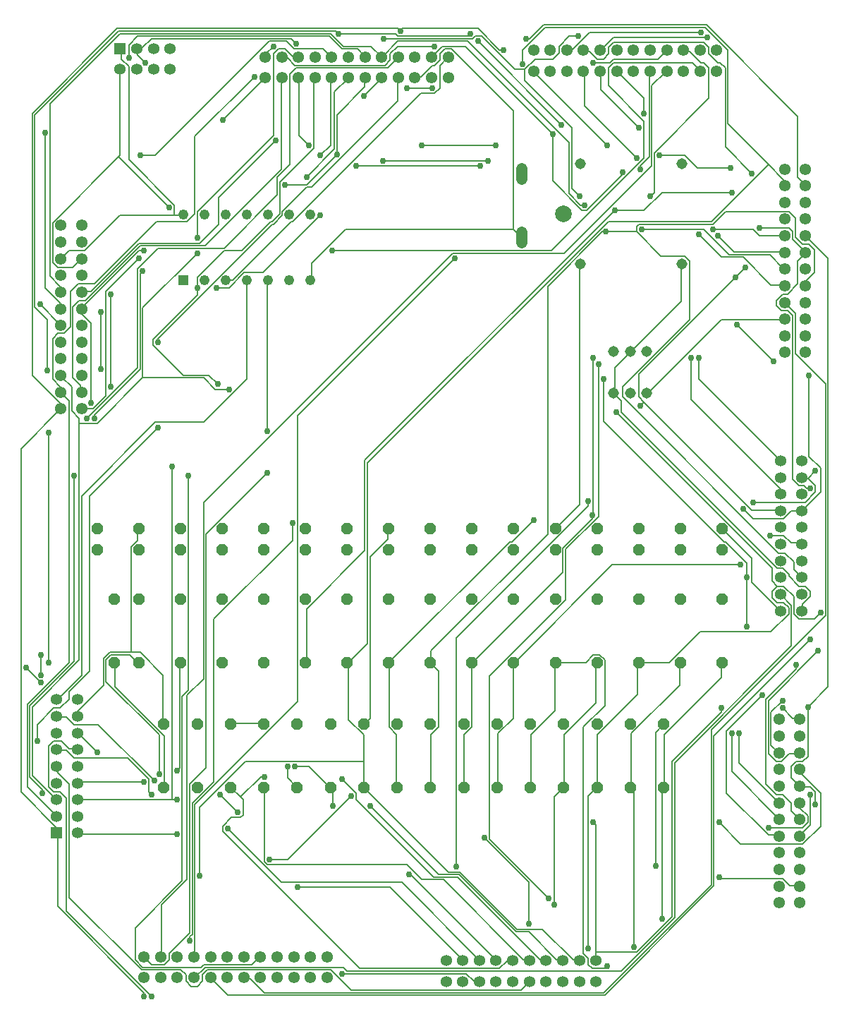
<source format=gbr>
G04 EAGLE Gerber RS-274X export*
G75*
%MOMM*%
%FSLAX34Y34*%
%LPD*%
%INBottom Copper*%
%IPPOS*%
%AMOC8*
5,1,8,0,0,1.08239X$1,22.5*%
G01*
%ADD10C,1.381000*%
%ADD11C,1.358000*%
%ADD12R,1.358000X1.358000*%
%ADD13P,1.429621X8X292.500000*%
%ADD14P,1.429621X8X112.500000*%
%ADD15C,2.010000*%
%ADD16C,1.308000*%
%ADD17R,1.238000X1.238000*%
%ADD18C,1.238000*%
%ADD19C,1.320800*%
%ADD20C,0.152400*%
%ADD21C,0.756400*%


D10*
X953500Y353700D03*
X928500Y353700D03*
X953500Y333700D03*
X928500Y333700D03*
X953500Y313700D03*
X928500Y313700D03*
X953500Y293700D03*
X928500Y293700D03*
X953500Y273700D03*
X928500Y273700D03*
X953500Y253700D03*
X928500Y253700D03*
X953500Y233700D03*
X928500Y233700D03*
X953500Y213700D03*
X928500Y213700D03*
X953500Y193700D03*
X928500Y193700D03*
X953500Y173700D03*
X928500Y173700D03*
X953500Y153700D03*
X928500Y153700D03*
X953500Y133700D03*
X928500Y133700D03*
D11*
X708800Y39400D03*
X708800Y64400D03*
X688800Y39400D03*
X688800Y64400D03*
X668800Y39400D03*
X668800Y64400D03*
X648800Y39400D03*
X648800Y64400D03*
X628800Y39400D03*
X628800Y64400D03*
X608800Y39400D03*
X608800Y64400D03*
X588800Y39400D03*
X588800Y64400D03*
X568800Y39400D03*
X568800Y64400D03*
X548800Y39400D03*
X548800Y64400D03*
X528800Y39400D03*
X528800Y64400D03*
D12*
X137400Y1158800D03*
D11*
X137400Y1133800D03*
X157400Y1158800D03*
X157400Y1133800D03*
X177400Y1158800D03*
X177400Y1133800D03*
X197400Y1158800D03*
X197400Y1133800D03*
D10*
X960530Y1013920D03*
X935530Y1013920D03*
X960530Y993920D03*
X935530Y993920D03*
X960530Y973920D03*
X935530Y973920D03*
X960530Y953920D03*
X935530Y953920D03*
X960530Y933920D03*
X935530Y933920D03*
X960530Y913920D03*
X935530Y913920D03*
X960530Y893920D03*
X935530Y893920D03*
X960530Y873920D03*
X935530Y873920D03*
X960530Y853920D03*
X935530Y853920D03*
X960530Y833920D03*
X935530Y833920D03*
X960530Y813920D03*
X935530Y813920D03*
X960530Y793920D03*
X935530Y793920D03*
D11*
X955700Y664000D03*
X930700Y664000D03*
X955700Y644000D03*
X930700Y644000D03*
X955700Y624000D03*
X930700Y624000D03*
X955700Y604000D03*
X930700Y604000D03*
X955700Y584000D03*
X930700Y584000D03*
X955700Y564000D03*
X930700Y564000D03*
X955700Y544000D03*
X930700Y544000D03*
X955700Y524000D03*
X930700Y524000D03*
X955700Y504000D03*
X930700Y504000D03*
X955700Y484000D03*
X930700Y484000D03*
D12*
X61340Y217420D03*
D11*
X86340Y217420D03*
X61340Y237420D03*
X86340Y237420D03*
X61340Y257420D03*
X86340Y257420D03*
X61340Y277420D03*
X86340Y277420D03*
X61340Y297420D03*
X86340Y297420D03*
X61340Y317420D03*
X86340Y317420D03*
X61340Y337420D03*
X86340Y337420D03*
X61340Y357420D03*
X86340Y357420D03*
X61340Y377420D03*
X86340Y377420D03*
D10*
X386060Y43930D03*
X386060Y68930D03*
X366060Y43930D03*
X366060Y68930D03*
X346060Y43930D03*
X346060Y68930D03*
X326060Y43930D03*
X326060Y68930D03*
X306060Y43930D03*
X306060Y68930D03*
X286060Y43930D03*
X286060Y68930D03*
X266060Y43930D03*
X266060Y68930D03*
X246060Y43930D03*
X246060Y68930D03*
X226060Y43930D03*
X226060Y68930D03*
X206060Y43930D03*
X206060Y68930D03*
X186060Y43930D03*
X186060Y68930D03*
X166060Y43930D03*
X166060Y68930D03*
X311500Y1148600D03*
X311500Y1123600D03*
X331500Y1148600D03*
X331500Y1123600D03*
X351500Y1148600D03*
X351500Y1123600D03*
X371500Y1148600D03*
X371500Y1123600D03*
X391500Y1148600D03*
X391500Y1123600D03*
X411500Y1148600D03*
X411500Y1123600D03*
X431500Y1148600D03*
X431500Y1123600D03*
X451500Y1148600D03*
X451500Y1123600D03*
X471500Y1148600D03*
X471500Y1123600D03*
X491500Y1148600D03*
X491500Y1123600D03*
X511500Y1148600D03*
X511500Y1123600D03*
X531500Y1148600D03*
X531500Y1123600D03*
X66300Y726300D03*
X91300Y726300D03*
X66300Y746300D03*
X91300Y746300D03*
X66300Y766300D03*
X91300Y766300D03*
X66300Y786300D03*
X91300Y786300D03*
X66300Y806300D03*
X91300Y806300D03*
X66300Y826300D03*
X91300Y826300D03*
X66300Y846300D03*
X91300Y846300D03*
X66300Y866300D03*
X91300Y866300D03*
X66300Y886300D03*
X91300Y886300D03*
X66300Y906300D03*
X91300Y906300D03*
X66300Y926300D03*
X91300Y926300D03*
X66300Y946300D03*
X91300Y946300D03*
X633810Y1156350D03*
X633810Y1131350D03*
X653810Y1156350D03*
X653810Y1131350D03*
X673810Y1156350D03*
X673810Y1131350D03*
X693810Y1156350D03*
X693810Y1131350D03*
X713810Y1156350D03*
X713810Y1131350D03*
X733810Y1156350D03*
X733810Y1131350D03*
X753810Y1156350D03*
X753810Y1131350D03*
X773810Y1156350D03*
X773810Y1131350D03*
X793810Y1156350D03*
X793810Y1131350D03*
X813810Y1156350D03*
X813810Y1131350D03*
X833810Y1156350D03*
X833810Y1131350D03*
X853810Y1156350D03*
X853810Y1131350D03*
D13*
X810000Y498100D03*
X810000Y421900D03*
X760000Y498100D03*
X760000Y421900D03*
X710000Y498100D03*
X710000Y421900D03*
X660000Y498100D03*
X660000Y421900D03*
X610000Y498100D03*
X610000Y421900D03*
X560000Y498100D03*
X560000Y421900D03*
X510000Y498100D03*
X510000Y421900D03*
X460000Y498100D03*
X460000Y421900D03*
X410000Y498100D03*
X410000Y421900D03*
X360000Y498100D03*
X360000Y421900D03*
X310000Y498100D03*
X310000Y421900D03*
X260000Y498100D03*
X260000Y421900D03*
X210000Y498100D03*
X210000Y421900D03*
X160000Y498100D03*
X160000Y421900D03*
X130000Y498100D03*
X130000Y421900D03*
X860000Y498100D03*
X860000Y421900D03*
D14*
X810000Y557300D03*
X810000Y582700D03*
X760000Y557300D03*
X760000Y582700D03*
X710000Y557300D03*
X710000Y582700D03*
X660000Y557300D03*
X660000Y582700D03*
X610000Y557300D03*
X610000Y582700D03*
X560000Y557300D03*
X560000Y582700D03*
X510000Y557300D03*
X510000Y582700D03*
X460000Y557300D03*
X460000Y582700D03*
X410000Y557300D03*
X410000Y582700D03*
X360000Y557300D03*
X360000Y582700D03*
X310000Y557300D03*
X310000Y582700D03*
X260000Y557300D03*
X260000Y582700D03*
X210000Y557300D03*
X210000Y582700D03*
X160000Y557300D03*
X160000Y582700D03*
X110000Y557300D03*
X110000Y582700D03*
X860000Y557300D03*
X860000Y582700D03*
D15*
X670000Y960000D03*
D16*
X690000Y1020000D03*
X690000Y900000D03*
X812000Y1020000D03*
X812000Y900000D03*
X730000Y745000D03*
X750000Y745000D03*
X770000Y745000D03*
X730000Y795000D03*
X750000Y795000D03*
X770000Y795000D03*
D13*
X790000Y348100D03*
X790000Y271900D03*
X750000Y348100D03*
X750000Y271900D03*
X710000Y348100D03*
X710000Y271900D03*
X670000Y348100D03*
X670000Y271900D03*
X630000Y348100D03*
X630000Y271900D03*
X590000Y348100D03*
X590000Y271900D03*
X550000Y348100D03*
X550000Y271900D03*
X510000Y348100D03*
X510000Y271900D03*
X470000Y348100D03*
X470000Y271900D03*
X430000Y348100D03*
X430000Y271900D03*
X390000Y348100D03*
X390000Y271900D03*
X350000Y348100D03*
X350000Y271900D03*
X310000Y348100D03*
X310000Y271900D03*
X270000Y348100D03*
X270000Y271900D03*
X230000Y348100D03*
X230000Y271900D03*
X190000Y348100D03*
X190000Y271900D03*
D17*
X213800Y880300D03*
D18*
X239200Y880300D03*
X264600Y880300D03*
X290000Y880300D03*
X315400Y880300D03*
X340800Y880300D03*
X366200Y880300D03*
X366200Y959700D03*
X340800Y959700D03*
X315400Y959700D03*
X290000Y959700D03*
X264600Y959700D03*
X239200Y959700D03*
X213800Y959700D03*
D19*
X620000Y1001496D02*
X620000Y1014704D01*
X620000Y938504D02*
X620000Y925296D01*
D20*
X202692Y958596D02*
X137160Y958596D01*
X202692Y958596D02*
X213360Y958596D01*
X137160Y958596D02*
X94488Y915924D01*
X76200Y915924D01*
X67056Y906780D01*
X213360Y958596D02*
X213800Y959700D01*
X67056Y906780D02*
X66300Y906300D01*
X138684Y1146048D02*
X138684Y1158240D01*
X138684Y1146048D02*
X147828Y1136904D01*
X147828Y1025652D01*
X202692Y970788D01*
X202692Y958596D01*
X138684Y1158240D02*
X137400Y1158800D01*
X731520Y775716D02*
X731520Y745236D01*
X731520Y775716D02*
X749808Y794004D01*
X731520Y745236D02*
X730000Y745000D01*
X749808Y794004D02*
X750000Y795000D01*
X810768Y854964D02*
X810768Y899160D01*
X810768Y854964D02*
X751332Y795528D01*
X810768Y899160D02*
X812000Y900000D01*
X751332Y795528D02*
X750000Y795000D01*
X957072Y492252D02*
X957072Y484632D01*
X957072Y492252D02*
X966216Y501396D01*
X966216Y507492D01*
X960120Y513588D01*
X952500Y513588D01*
X940308Y525780D01*
X940308Y527304D01*
X932688Y534924D01*
X926592Y534924D01*
X739140Y722376D01*
X739140Y736092D01*
X731520Y743712D01*
X955700Y484000D02*
X957072Y484632D01*
X731520Y743712D02*
X730000Y745000D01*
X813816Y1155192D02*
X821436Y1155192D01*
X835152Y1141476D01*
X838200Y1141476D01*
X844296Y1135380D01*
X844296Y1098804D01*
X778764Y1033272D01*
X778764Y986028D01*
X774192Y981456D01*
X813816Y1155192D02*
X813810Y1156350D01*
D21*
X774192Y981456D03*
D20*
X109728Y313944D02*
X86868Y336804D01*
X350520Y152400D02*
X461772Y152400D01*
X548640Y65532D01*
X86868Y336804D02*
X86340Y337420D01*
X548640Y65532D02*
X548800Y64400D01*
X941832Y153924D02*
X952500Y153924D01*
X941832Y153924D02*
X932688Y163068D01*
X858012Y163068D01*
X856488Y164592D01*
X952500Y153924D02*
X953500Y153700D01*
X158496Y1150620D02*
X158496Y1158240D01*
X158496Y1150620D02*
X167640Y1141476D01*
X158496Y1158240D02*
X157400Y1158800D01*
X512064Y1149096D02*
X524256Y1161288D01*
X551688Y1161288D01*
X656844Y1056132D01*
X512064Y1149096D02*
X511500Y1148600D01*
X877824Y827532D02*
X922020Y783336D01*
X740664Y1007364D02*
X740664Y1010412D01*
X740664Y1007364D02*
X697992Y964692D01*
X691896Y964692D01*
X656844Y999744D01*
X656844Y1056132D01*
X164592Y1159764D02*
X158496Y1159764D01*
X164592Y1159764D02*
X175260Y1170432D01*
X342900Y1170432D01*
X348996Y1164336D01*
X158496Y1159764D02*
X157400Y1158800D01*
X106680Y719328D02*
X106680Y714756D01*
X106680Y719328D02*
X161544Y774192D01*
X161544Y888492D01*
X164592Y891540D01*
D21*
X109728Y313944D03*
X350520Y152400D03*
X856488Y164592D03*
X167640Y1141476D03*
X656844Y1056132D03*
X922020Y783336D03*
X877824Y827532D03*
X740664Y1010412D03*
X348996Y1164336D03*
X106680Y714756D03*
X164592Y891540D03*
D20*
X771144Y745236D02*
X859536Y833628D01*
X934212Y833628D01*
X771144Y745236D02*
X770000Y745000D01*
X934212Y833628D02*
X935530Y833920D01*
X137160Y1030224D02*
X137160Y1132332D01*
X135636Y1028700D02*
X56388Y949452D01*
X135636Y1028700D02*
X137160Y1030224D01*
X56388Y949452D02*
X56388Y902208D01*
X62484Y896112D01*
X80772Y896112D01*
X89916Y905256D01*
X137160Y1132332D02*
X137400Y1133800D01*
X91300Y906300D02*
X89916Y905256D01*
X492252Y1124712D02*
X498348Y1124712D01*
X512064Y1138428D01*
X515112Y1138428D01*
X521208Y1144524D01*
X521208Y1152144D01*
X527304Y1158240D01*
X534924Y1158240D01*
X609600Y1083564D01*
X609600Y941832D01*
X618744Y932688D01*
X491500Y1123600D02*
X492252Y1124712D01*
X618744Y932688D02*
X620000Y931900D01*
X367284Y900684D02*
X367284Y880872D01*
X367284Y900684D02*
X408432Y941832D01*
X609600Y941832D01*
X367284Y880872D02*
X366200Y880300D01*
X196596Y967740D02*
X135636Y1028700D01*
X896112Y518160D02*
X929640Y484632D01*
X896112Y518160D02*
X896112Y547116D01*
X861060Y582168D01*
X929640Y484632D02*
X930700Y484000D01*
X861060Y582168D02*
X860000Y582700D01*
X309372Y348996D02*
X271272Y348996D01*
X270000Y348100D01*
X309372Y348996D02*
X310000Y348100D01*
X86868Y358140D02*
X86868Y364236D01*
X117348Y394716D01*
X117348Y426720D01*
X124968Y434340D01*
X150876Y434340D02*
X161544Y434340D01*
X150876Y434340D02*
X124968Y434340D01*
X161544Y434340D02*
X188976Y406908D01*
X188976Y348996D01*
X86868Y358140D02*
X86340Y357420D01*
X188976Y348996D02*
X190000Y348100D01*
X158496Y568452D02*
X158496Y582168D01*
X158496Y568452D02*
X150876Y560832D01*
X150876Y434340D01*
X158496Y582168D02*
X160000Y582700D01*
X780288Y338328D02*
X780288Y178308D01*
X780288Y338328D02*
X789432Y347472D01*
X790000Y348100D01*
X458724Y569976D02*
X458724Y582168D01*
X458724Y569976D02*
X437388Y548640D01*
X437388Y355092D01*
X431292Y348996D01*
X458724Y582168D02*
X460000Y582700D01*
X431292Y348996D02*
X430000Y348100D01*
X688848Y611124D02*
X688848Y899160D01*
X688848Y611124D02*
X661416Y583692D01*
X688848Y899160D02*
X690000Y900000D01*
X661416Y583692D02*
X660000Y582700D01*
D21*
X196596Y967740D03*
X780288Y178308D03*
D20*
X105156Y726948D02*
X91440Y726948D01*
X105156Y726948D02*
X120396Y742188D01*
X120396Y867156D01*
X160020Y906780D01*
X260604Y1072896D02*
X310896Y1123188D01*
X91440Y726948D02*
X91300Y726300D01*
X310896Y1123188D02*
X311500Y1123600D01*
X481584Y1110996D02*
X512064Y1110996D01*
X830580Y1014984D02*
X870204Y1014984D01*
X830580Y1014984D02*
X815340Y1030224D01*
X784860Y1030224D01*
X722376Y1042416D02*
X633984Y1130808D01*
X633810Y1131350D01*
X469392Y335280D02*
X469392Y272796D01*
X469392Y335280D02*
X460248Y344424D01*
X460248Y420624D01*
X469392Y272796D02*
X470000Y271900D01*
X460248Y420624D02*
X460000Y421900D01*
X205740Y216408D02*
X86868Y216408D01*
X316992Y185928D02*
X338328Y185928D01*
X414528Y262128D01*
X86868Y216408D02*
X86340Y217420D01*
X708660Y227076D02*
X708660Y74676D01*
X708660Y65532D01*
X708660Y227076D02*
X705612Y230124D01*
X708660Y65532D02*
X708800Y64400D01*
X608076Y566928D02*
X633984Y592836D01*
X608076Y566928D02*
X605028Y566928D01*
X460000Y421900D01*
X859536Y367284D02*
X859536Y362712D01*
X800100Y303276D01*
X800100Y117348D01*
X757428Y74676D01*
X708660Y74676D01*
X832104Y762000D02*
X832104Y787908D01*
X832104Y762000D02*
X929640Y664464D01*
X930700Y664000D01*
D21*
X160020Y906780D03*
X260604Y1072896D03*
X512064Y1110996D03*
X481584Y1110996D03*
X870204Y1014984D03*
X784860Y1030224D03*
X722376Y1042416D03*
X205740Y216408D03*
X316992Y185928D03*
X414528Y262128D03*
X705612Y230124D03*
X633984Y592836D03*
X859536Y367284D03*
X832104Y787908D03*
D20*
X89916Y754380D02*
X89916Y746760D01*
X89916Y754380D02*
X80772Y763524D01*
X80772Y848868D01*
X88392Y856488D01*
X96012Y856488D01*
X161544Y922020D01*
X239268Y922020D01*
X330708Y1013460D01*
X330708Y1123188D01*
X91300Y746300D02*
X89916Y746760D01*
X330708Y1123188D02*
X331500Y1123600D01*
X934212Y1001268D02*
X934212Y995172D01*
X915924Y1019556D02*
X867156Y1068324D01*
X915924Y1019556D02*
X934212Y1001268D01*
X867156Y1068324D02*
X867156Y1156716D01*
X839724Y1184148D01*
X647700Y1184148D01*
X620268Y1156716D01*
X620268Y1139952D01*
X934212Y995172D02*
X935530Y993920D01*
X429768Y335280D02*
X429768Y303276D01*
X429768Y272796D01*
X429768Y335280D02*
X411480Y353568D01*
X411480Y420624D01*
X429768Y272796D02*
X430000Y271900D01*
X411480Y420624D02*
X410000Y421900D01*
X681228Y65532D02*
X687324Y65532D01*
X681228Y65532D02*
X644652Y102108D01*
X614172Y102108D01*
X545592Y170688D01*
X531876Y170688D01*
X431292Y271272D01*
X687324Y65532D02*
X688800Y64400D01*
X431292Y271272D02*
X430000Y271900D01*
X233172Y248412D02*
X233172Y166116D01*
X233172Y248412D02*
X288036Y303276D01*
X429768Y303276D01*
X847344Y950976D02*
X915924Y1019556D01*
X847344Y950976D02*
X723900Y950976D01*
X434340Y661416D01*
X434340Y445008D01*
X411480Y422148D01*
X410000Y421900D01*
D21*
X620268Y1139952D03*
X233172Y166116D03*
D20*
X347472Y297180D02*
X364236Y297180D01*
X388620Y272796D01*
X390000Y271900D01*
X205740Y257556D02*
X199644Y257556D01*
X86868Y257556D01*
X86340Y257420D01*
X661416Y65532D02*
X667512Y65532D01*
X661416Y65532D02*
X627888Y99060D01*
X612648Y99060D01*
X544068Y167640D01*
X519684Y167640D01*
X437388Y249936D01*
X393192Y249936D02*
X393192Y268224D01*
X390144Y271272D01*
X667512Y65532D02*
X668800Y64400D01*
X390144Y271272D02*
X390000Y271900D01*
X199644Y257556D02*
X199644Y656844D01*
X918972Y362712D02*
X932688Y376428D01*
X918972Y362712D02*
X918972Y323088D01*
X928116Y313944D01*
X928500Y313700D01*
X352044Y1054608D02*
X352044Y1123188D01*
X352044Y1054608D02*
X364236Y1042416D01*
X499872Y1042416D02*
X588264Y1042416D01*
X352044Y1123188D02*
X351500Y1123600D01*
X787908Y986028D02*
X871728Y986028D01*
X787908Y986028D02*
X766572Y964692D01*
X731520Y964692D01*
X929640Y630936D02*
X929640Y624840D01*
X929640Y630936D02*
X822960Y737616D01*
X822960Y787908D01*
X929640Y624840D02*
X930700Y624000D01*
X361188Y486156D02*
X361188Y422148D01*
X361188Y486156D02*
X431292Y556260D01*
X431292Y664464D01*
X731520Y964692D01*
X361188Y422148D02*
X360000Y421900D01*
D21*
X347472Y297180D03*
X205740Y257556D03*
X437388Y249936D03*
X393192Y249936D03*
X199644Y656844D03*
X932688Y376428D03*
X364236Y1042416D03*
X499872Y1042416D03*
X588264Y1042416D03*
X871728Y986028D03*
X731520Y964692D03*
X822960Y787908D03*
D20*
X896112Y605028D02*
X929640Y605028D01*
X766572Y734568D02*
X760476Y740664D01*
X766572Y734568D02*
X896112Y605028D01*
X760476Y740664D02*
X760476Y768096D01*
X876300Y883920D02*
X888492Y896112D01*
X876300Y883920D02*
X760476Y768096D01*
X929640Y605028D02*
X930700Y604000D01*
X694944Y1089660D02*
X694944Y1130808D01*
X694944Y1089660D02*
X757428Y1027176D01*
X694944Y1130808D02*
X693810Y1131350D01*
X230124Y883920D02*
X230124Y871728D01*
X230124Y883920D02*
X262128Y915924D01*
X283464Y915924D01*
X318516Y950976D01*
X320040Y950976D01*
X329184Y960120D01*
X329184Y998220D01*
X370332Y1039368D01*
X370332Y1123188D01*
X371500Y1123600D01*
X338328Y297180D02*
X338328Y283464D01*
X348996Y272796D01*
X350000Y271900D01*
X166116Y278892D02*
X86868Y278892D01*
X86340Y277420D01*
X641604Y65532D02*
X647700Y65532D01*
X641604Y65532D02*
X542544Y164592D01*
X513588Y164592D01*
X420624Y257556D01*
X420624Y265176D01*
X403860Y281940D01*
X647700Y65532D02*
X648800Y64400D01*
X230124Y862584D02*
X230124Y871728D01*
X230124Y862584D02*
X176784Y809244D01*
X176784Y803148D01*
X213360Y766572D01*
X243840Y766572D01*
X254508Y755904D01*
X762000Y729996D02*
X766572Y734568D01*
D21*
X888492Y896112D03*
X757428Y1027176D03*
X876300Y883920D03*
X230124Y871728D03*
X338328Y297180D03*
X166116Y278892D03*
X403860Y281940D03*
X254508Y755904D03*
X762000Y729996D03*
D20*
X714756Y1109472D02*
X714756Y1130808D01*
X714756Y1109472D02*
X760476Y1063752D01*
X848868Y941832D02*
X897636Y941832D01*
X905256Y934212D01*
X934212Y934212D01*
X714756Y1130808D02*
X713810Y1131350D01*
X934212Y934212D02*
X935530Y933920D01*
X627888Y65532D02*
X621792Y65532D01*
X525780Y161544D01*
X499872Y161544D01*
X481584Y179832D01*
X313944Y179832D01*
X310896Y182880D01*
X310896Y271272D01*
X627888Y65532D02*
X628800Y64400D01*
X310896Y271272D02*
X310000Y271900D01*
X390144Y1042416D02*
X390144Y1123188D01*
X390144Y1042416D02*
X377952Y1030224D01*
X377952Y958596D02*
X309372Y890016D01*
X286512Y890016D01*
X268224Y871728D01*
X252984Y871728D01*
X390144Y1123188D02*
X391500Y1123600D01*
D21*
X760476Y1063752D03*
X848868Y941832D03*
X377952Y1030224D03*
X377952Y958596D03*
X252984Y871728D03*
D20*
X874776Y914400D02*
X934212Y914400D01*
X874776Y914400D02*
X854964Y934212D01*
X766572Y1080516D02*
X766572Y1098804D01*
X734568Y1130808D01*
X934212Y914400D02*
X935530Y913920D01*
X734568Y1130808D02*
X733810Y1131350D01*
X394716Y1037844D02*
X361188Y1004316D01*
X394716Y1037844D02*
X394716Y1106424D01*
X411480Y1123188D01*
X411500Y1123600D01*
X452628Y1024128D02*
X579120Y1024128D01*
X890016Y524256D02*
X890016Y464820D01*
X880872Y336804D02*
X880872Y301752D01*
X928116Y254508D01*
X928500Y253700D01*
X208788Y295656D02*
X208788Y420624D01*
X208788Y295656D02*
X205740Y292608D01*
X208788Y420624D02*
X210000Y421900D01*
X601980Y64008D02*
X608076Y64008D01*
X601980Y64008D02*
X592836Y54864D01*
X425196Y54864D01*
X260604Y219456D01*
X260604Y225552D01*
X271272Y236220D01*
X281940Y236220D01*
X284988Y239268D01*
X284988Y257556D01*
X281940Y260604D02*
X271272Y271272D01*
X281940Y260604D02*
X284988Y257556D01*
X608076Y64008D02*
X608800Y64400D01*
X271272Y271272D02*
X270000Y271900D01*
X306324Y284988D02*
X310896Y284988D01*
X306324Y284988D02*
X281940Y260604D01*
X717804Y711708D02*
X717804Y762000D01*
X717804Y711708D02*
X862584Y566928D01*
X864108Y566928D01*
X890016Y541020D01*
X890016Y524256D01*
D21*
X854964Y934212D03*
X766572Y1080516D03*
X361188Y1004316D03*
X579120Y1024128D03*
X452628Y1024128D03*
X890016Y524256D03*
X890016Y464820D03*
X880872Y336804D03*
X205740Y292608D03*
X310896Y284988D03*
X717804Y762000D03*
D20*
X486156Y167640D02*
X588264Y65532D01*
X486156Y167640D02*
X484632Y167640D01*
X588264Y65532D02*
X588800Y64400D01*
X871728Y291084D02*
X871728Y336804D01*
X871728Y291084D02*
X928116Y234696D01*
X928500Y233700D01*
X838200Y941832D02*
X763524Y941832D01*
X838200Y941832D02*
X868680Y911352D01*
X917448Y911352D01*
X934212Y894588D01*
X935530Y893920D01*
X184404Y335280D02*
X184404Y288036D01*
X184404Y335280D02*
X120396Y399288D01*
X120396Y425196D01*
X126492Y431292D01*
X149352Y431292D01*
X158496Y422148D01*
X160000Y421900D01*
X91440Y839724D02*
X91440Y845820D01*
X91440Y839724D02*
X102108Y829056D01*
X102108Y733044D01*
X91440Y845820D02*
X91300Y846300D01*
X431292Y1112520D02*
X431292Y1123188D01*
X431292Y1112520D02*
X397764Y1078992D01*
X397764Y1031748D01*
X361188Y995172D01*
X335280Y995172D01*
X166116Y915924D02*
X160020Y915924D01*
X91440Y847344D01*
X431292Y1123188D02*
X431500Y1123600D01*
X91440Y847344D02*
X91300Y846300D01*
X420624Y1018032D02*
X569976Y1018032D01*
X257556Y263652D02*
X278892Y242316D01*
D21*
X484632Y167640D03*
X871728Y336804D03*
X763524Y941832D03*
X184404Y288036D03*
X102108Y733044D03*
X335280Y995172D03*
X166116Y915924D03*
X569976Y1018032D03*
X420624Y1018032D03*
X397764Y1031748D03*
X278892Y242316D03*
X257556Y263652D03*
D20*
X918972Y874776D02*
X934212Y874776D01*
X918972Y874776D02*
X885444Y908304D01*
X859536Y908304D01*
X832104Y935736D01*
X762000Y1013460D02*
X762000Y1018032D01*
X772668Y1028700D01*
X772668Y1130808D01*
X934212Y874776D02*
X935530Y873920D01*
X773810Y1131350D02*
X772668Y1130808D01*
X102108Y867156D02*
X91440Y867156D01*
X102108Y867156D02*
X160020Y925068D01*
X233172Y925068D01*
X256032Y947928D01*
X256032Y979932D01*
X324612Y1048512D01*
X429768Y1101852D02*
X451104Y1123188D01*
X91440Y867156D02*
X91300Y866300D01*
X451104Y1123188D02*
X451500Y1123600D01*
X566928Y1167384D02*
X667512Y1066800D01*
X131064Y420624D02*
X131064Y393192D01*
X190500Y333756D01*
X190500Y272796D01*
X131064Y420624D02*
X130000Y421900D01*
X190500Y272796D02*
X190000Y271900D01*
X865632Y339852D02*
X908304Y382524D01*
X865632Y339852D02*
X865632Y265176D01*
X915924Y214884D01*
X928116Y214884D01*
X928500Y213700D01*
X330708Y158496D02*
X266700Y222504D01*
X330708Y158496D02*
X475488Y158496D01*
X568452Y65532D01*
X568800Y64400D01*
X114300Y774192D02*
X114300Y842772D01*
D21*
X832104Y935736D03*
X762000Y1013460D03*
X324612Y1048512D03*
X429768Y1101852D03*
X667512Y1066800D03*
X566928Y1167384D03*
X908304Y382524D03*
X266700Y222504D03*
X114300Y842772D03*
X114300Y774192D03*
D20*
X286512Y42672D02*
X294132Y42672D01*
X310896Y25908D01*
X717804Y25908D01*
X847344Y155448D01*
X847344Y341376D01*
X984504Y478536D01*
X984504Y755904D01*
X947928Y792480D01*
X947928Y841248D01*
X935736Y853440D01*
X286060Y43930D02*
X286512Y42672D01*
X935736Y853440D02*
X935530Y853920D01*
X272796Y880872D02*
X265176Y880872D01*
X272796Y880872D02*
X342900Y950976D01*
X344424Y950976D01*
X498348Y1104900D01*
X515112Y1104900D01*
X521208Y1110996D01*
X521208Y1138428D01*
X530352Y1147572D01*
X265176Y880872D02*
X264600Y880300D01*
X530352Y1147572D02*
X531500Y1148600D01*
X541020Y451104D02*
X541020Y176784D01*
X541020Y451104D02*
X699516Y609600D01*
X699516Y615696D01*
D21*
X541020Y176784D03*
X699516Y615696D03*
D20*
X220980Y92964D02*
X220980Y88392D01*
X220980Y92964D02*
X224028Y96012D01*
X224028Y252984D01*
X249936Y278892D01*
X249936Y473964D01*
X344424Y568452D01*
X344424Y589788D01*
D21*
X220980Y88392D03*
X344424Y589788D03*
D20*
X65532Y867156D02*
X65532Y873252D01*
X53340Y885444D01*
X53340Y1092708D01*
X137160Y1176528D01*
X390144Y1176528D01*
X405384Y1161288D01*
X438912Y1161288D01*
X451104Y1149096D01*
X66300Y866300D02*
X65532Y867156D01*
X451104Y1149096D02*
X451500Y1148600D01*
X510540Y335280D02*
X510540Y272796D01*
X510540Y335280D02*
X519684Y344424D01*
X519684Y411480D01*
X510540Y420624D01*
X510540Y272796D02*
X510000Y271900D01*
X510540Y420624D02*
X510000Y421900D01*
X73152Y356616D02*
X62484Y356616D01*
X73152Y356616D02*
X82296Y347472D01*
X111252Y347472D01*
X178308Y280416D01*
X62484Y356616D02*
X61340Y357420D01*
X562356Y39624D02*
X568452Y39624D01*
X562356Y39624D02*
X553212Y48768D01*
X403860Y48768D01*
X568452Y39624D02*
X568800Y39400D01*
X966216Y227076D02*
X966216Y263652D01*
X966216Y227076D02*
X954024Y214884D01*
X953500Y213700D01*
X961644Y874776D02*
X961644Y880872D01*
X970788Y890016D01*
X970788Y917448D01*
X964692Y923544D01*
X957072Y923544D01*
X947928Y932688D01*
X947928Y955548D01*
X940308Y963168D01*
X864108Y963168D01*
X848868Y947928D01*
X760476Y947928D01*
X757428Y944880D01*
X757428Y938784D01*
X786384Y909828D01*
X815340Y909828D01*
X821436Y903732D01*
X821436Y833628D01*
X740664Y752856D01*
X740664Y740664D01*
X928116Y553212D01*
X935736Y553212D01*
X946404Y542544D01*
X946404Y533400D01*
X955548Y524256D01*
X960530Y873920D02*
X961644Y874776D01*
X955548Y524256D02*
X955700Y524000D01*
X510540Y435864D02*
X510540Y422148D01*
X510540Y435864D02*
X650748Y576072D01*
X650748Y873252D01*
X716280Y938784D01*
X720852Y938784D02*
X757428Y938784D01*
X720852Y938784D02*
X716280Y938784D01*
X510540Y422148D02*
X510000Y421900D01*
X452628Y1149096D02*
X470916Y1167384D01*
X554736Y1167384D01*
X676656Y1045464D01*
X676656Y984504D01*
X690372Y970788D01*
X694944Y970788D01*
X452628Y1149096D02*
X451500Y1148600D01*
D21*
X178308Y280416D03*
X403860Y48768D03*
X966216Y263652D03*
X694944Y970788D03*
X720852Y938784D03*
D20*
X949452Y419100D02*
X949452Y414528D01*
X912876Y377952D01*
X912876Y275844D01*
X925068Y263652D01*
X932688Y263652D01*
X943356Y252984D01*
X943356Y243840D01*
X952500Y234696D01*
X953500Y233700D01*
X51816Y422148D02*
X51816Y697992D01*
X454152Y1170432D02*
X560832Y1170432D01*
X563880Y1173480D01*
X571500Y1173480D01*
X611124Y1133856D01*
X623316Y1133856D01*
X635508Y1146048D01*
X656844Y1146048D01*
X664464Y1153668D01*
X664464Y1161288D01*
X676656Y1173480D01*
X687324Y1173480D01*
X550164Y335280D02*
X550164Y272796D01*
X550164Y335280D02*
X559308Y344424D01*
X559308Y420624D01*
X550164Y272796D02*
X550000Y271900D01*
X559308Y420624D02*
X560000Y421900D01*
X704088Y594360D02*
X704088Y598932D01*
X704088Y594360D02*
X669036Y559308D01*
X669036Y530352D01*
X560832Y422148D01*
X560000Y421900D01*
X623316Y1120140D02*
X623316Y1133856D01*
X623316Y1120140D02*
X679704Y1063752D01*
X679704Y990600D01*
X688848Y981456D01*
X705612Y787908D02*
X705612Y600456D01*
X704088Y598932D01*
X65532Y847344D02*
X65532Y853440D01*
X47244Y871728D01*
X47244Y1057656D01*
X147828Y1147572D02*
X147828Y1162812D01*
X158496Y1173480D01*
X388620Y1173480D01*
X403860Y1158240D01*
X422148Y1158240D01*
X431292Y1149096D01*
X65532Y847344D02*
X66300Y846300D01*
X431500Y1148600D02*
X431292Y1149096D01*
D21*
X949452Y419100D03*
X51816Y422148D03*
X51816Y697992D03*
X454152Y1170432D03*
X687324Y1173480D03*
X704088Y598932D03*
X688848Y981456D03*
X705612Y787908D03*
X47244Y1057656D03*
X147828Y1147572D03*
D20*
X961644Y630936D02*
X966216Y630936D01*
X961644Y630936D02*
X958596Y633984D01*
X952500Y633984D01*
X944880Y641604D01*
X944880Y838200D01*
X938784Y844296D01*
X931164Y844296D01*
X925068Y850392D01*
X925068Y856488D01*
X932688Y864108D01*
X938784Y864108D01*
X950976Y876300D01*
X950976Y903732D01*
X960120Y912876D01*
X960530Y913920D01*
X940308Y943356D02*
X905256Y943356D01*
X940308Y943356D02*
X944880Y938784D01*
X944880Y929640D01*
X960120Y914400D01*
X960530Y913920D01*
X65532Y827532D02*
X41148Y851916D01*
X65532Y827532D02*
X66300Y826300D01*
X591312Y336804D02*
X591312Y272796D01*
X591312Y336804D02*
X609600Y355092D01*
X609600Y420624D01*
X591312Y272796D02*
X590000Y271900D01*
X609600Y420624D02*
X610000Y421900D01*
X73152Y316992D02*
X62484Y316992D01*
X73152Y316992D02*
X82296Y307848D01*
X146304Y307848D01*
X172212Y281940D01*
X172212Y266700D01*
X175260Y263652D01*
X62484Y316992D02*
X61340Y317420D01*
X627888Y158496D02*
X627888Y108204D01*
X627888Y158496D02*
X574548Y211836D01*
X954024Y246888D02*
X954024Y252984D01*
X954024Y246888D02*
X963168Y237744D01*
X963168Y230124D01*
X957072Y224028D01*
X915924Y224028D01*
X954024Y252984D02*
X953500Y253700D01*
X42672Y397764D02*
X24384Y416052D01*
X943356Y565404D02*
X955548Y565404D01*
X943356Y565404D02*
X934212Y574548D01*
X917448Y574548D01*
X882396Y539496D02*
X728472Y539496D01*
X611124Y422148D01*
X955700Y564000D02*
X955548Y565404D01*
X611124Y422148D02*
X610000Y421900D01*
D21*
X966216Y630936D03*
X905256Y943356D03*
X41148Y851916D03*
X175260Y263652D03*
X627888Y108204D03*
X574548Y211836D03*
X915924Y224028D03*
X24384Y416052D03*
X42672Y397764D03*
X917448Y574548D03*
X882396Y539496D03*
D20*
X179832Y1030224D02*
X161544Y1030224D01*
X179832Y1030224D02*
X316992Y1167384D01*
X336804Y1167384D01*
X345948Y1158240D01*
X381000Y1158240D01*
X390144Y1149096D01*
X391500Y1148600D01*
X630936Y335280D02*
X630936Y272796D01*
X630936Y335280D02*
X659892Y364236D01*
X659892Y420624D01*
X630936Y272796D02*
X630000Y271900D01*
X659892Y420624D02*
X660000Y421900D01*
X972312Y266700D02*
X972312Y251460D01*
X972312Y266700D02*
X966216Y272796D01*
X954024Y272796D01*
X953500Y273700D01*
X62484Y289560D02*
X62484Y297180D01*
X62484Y289560D02*
X76200Y275844D01*
X76200Y140208D01*
X163068Y53340D01*
X210312Y53340D01*
X216408Y47244D01*
X216408Y39624D01*
X222504Y33528D01*
X230124Y33528D01*
X236220Y39624D01*
X236220Y47244D01*
X242316Y53340D01*
X390144Y53340D01*
X414528Y28956D01*
X618744Y28956D01*
X627888Y38100D01*
X62484Y297180D02*
X61340Y297420D01*
X627888Y38100D02*
X628800Y39400D01*
X963168Y309372D02*
X963168Y368808D01*
X963168Y309372D02*
X957072Y303276D01*
X949452Y303276D01*
X943356Y297180D01*
X943356Y283464D01*
X952500Y274320D01*
X953500Y273700D01*
X987552Y906780D02*
X961644Y932688D01*
X987552Y906780D02*
X987552Y393192D01*
X963168Y368808D01*
X961644Y932688D02*
X960530Y933920D01*
X729996Y1171956D02*
X714756Y1156716D01*
X729996Y1171956D02*
X842772Y1171956D01*
X714756Y1156716D02*
X713810Y1156350D01*
X696468Y422148D02*
X661416Y422148D01*
X696468Y422148D02*
X705612Y431292D01*
X713232Y431292D01*
X719328Y425196D01*
X719328Y370332D01*
X693420Y344424D01*
X693420Y73152D01*
X699516Y67056D01*
X699516Y59436D01*
X704088Y54864D01*
X719328Y54864D01*
X722376Y57912D01*
X660000Y421900D02*
X661416Y422148D01*
X42672Y431292D02*
X42672Y406908D01*
D21*
X161544Y1030224D03*
X972312Y251460D03*
X963168Y368808D03*
X842772Y1171956D03*
X722376Y57912D03*
X42672Y431292D03*
X42672Y406908D03*
D20*
X44196Y269748D02*
X44196Y265176D01*
X44196Y269748D02*
X28956Y284988D01*
X28956Y370332D01*
X82296Y423672D01*
X82296Y646176D01*
X399288Y1176528D02*
X467868Y1176528D01*
X470916Y1173480D01*
X554736Y1173480D01*
X557784Y1176528D01*
X670560Y335280D02*
X670560Y272796D01*
X670560Y335280D02*
X708660Y373380D01*
X708660Y420624D01*
X670560Y272796D02*
X670000Y271900D01*
X708660Y420624D02*
X710000Y421900D01*
X658368Y260604D02*
X658368Y131064D01*
X658368Y260604D02*
X669036Y271272D01*
X670000Y271900D01*
X943356Y603504D02*
X955548Y603504D01*
X943356Y603504D02*
X934212Y594360D01*
X897636Y594360D01*
X885444Y606552D01*
X955548Y603504D02*
X955700Y604000D01*
X954024Y292608D02*
X954024Y289560D01*
X978408Y265176D01*
X978408Y225552D01*
X957072Y204216D01*
X882396Y204216D01*
X856488Y230124D01*
X954024Y292608D02*
X953500Y293700D01*
X964692Y669036D02*
X964692Y766572D01*
X964692Y669036D02*
X978408Y655320D01*
X978408Y626364D01*
X957072Y605028D01*
X955700Y604000D01*
X701040Y1155192D02*
X694944Y1155192D01*
X701040Y1155192D02*
X710184Y1146048D01*
X717804Y1146048D01*
X723900Y1152144D01*
X723900Y1159764D01*
X729996Y1165860D01*
X838200Y1165860D01*
X844296Y1159764D01*
X844296Y1152144D01*
X854964Y1141476D01*
X858012Y1141476D01*
X864108Y1135380D01*
X864108Y1040892D01*
X896112Y1008888D01*
X694944Y1155192D02*
X693810Y1156350D01*
X50292Y833628D02*
X50292Y772668D01*
X50292Y833628D02*
X35052Y848868D01*
X35052Y1078992D01*
X135636Y1179576D01*
X396240Y1179576D01*
X399288Y1176528D01*
D21*
X44196Y265176D03*
X82296Y646176D03*
X399288Y1176528D03*
X557784Y1176528D03*
X658368Y131064D03*
X885444Y606552D03*
X856488Y230124D03*
X964692Y766572D03*
X896112Y1008888D03*
X50292Y772668D03*
D20*
X32004Y286512D02*
X60960Y257556D01*
X32004Y286512D02*
X32004Y368808D01*
X88392Y425196D01*
X88392Y708660D02*
X88392Y714756D01*
X88392Y708660D02*
X88392Y425196D01*
X88392Y714756D02*
X79248Y723900D01*
X79248Y752856D01*
X67056Y765048D01*
X60960Y257556D02*
X61340Y257420D01*
X67056Y765048D02*
X66300Y766300D01*
X344424Y1149096D02*
X350520Y1149096D01*
X344424Y1149096D02*
X335280Y1158240D01*
X327660Y1158240D01*
X321564Y1152144D01*
X321564Y1054608D01*
X230124Y963168D01*
X230124Y931164D01*
X230124Y912876D02*
X164592Y847344D01*
X164592Y763524D01*
X109728Y708660D01*
X88392Y708660D01*
X350520Y1149096D02*
X351500Y1148600D01*
X710184Y335280D02*
X710184Y272796D01*
X710184Y335280D02*
X758952Y384048D01*
X758952Y420624D01*
X710184Y272796D02*
X710000Y271900D01*
X758952Y420624D02*
X760000Y421900D01*
X699516Y262128D02*
X699516Y79248D01*
X699516Y262128D02*
X708660Y271272D01*
X710000Y271900D01*
X679704Y1156716D02*
X675132Y1156716D01*
X679704Y1156716D02*
X701040Y1178052D01*
X835152Y1178052D01*
X675132Y1156716D02*
X673810Y1156350D01*
X940308Y312420D02*
X952500Y312420D01*
X940308Y312420D02*
X931164Y303276D01*
X925068Y303276D01*
X915924Y312420D01*
X915924Y376428D01*
X975360Y435864D01*
X953500Y313700D02*
X952500Y312420D01*
X797052Y422148D02*
X760476Y422148D01*
X797052Y422148D02*
X833628Y458724D01*
X918972Y458724D01*
X940308Y480060D01*
X940308Y487680D01*
X934212Y493776D01*
X926592Y493776D01*
X920496Y499872D01*
X920496Y507492D01*
X926592Y513588D01*
X934212Y513588D01*
X946404Y501396D01*
X946404Y480060D01*
X952500Y473964D01*
X970788Y473964D01*
X978408Y481584D01*
X760476Y422148D02*
X760000Y421900D01*
X237744Y763524D02*
X164592Y763524D01*
X237744Y763524D02*
X251460Y749808D01*
X268224Y749808D01*
X733044Y722376D02*
X920496Y534924D01*
X920496Y519684D01*
X926592Y513588D01*
D21*
X230124Y931164D03*
X230124Y912876D03*
X699516Y79248D03*
X835152Y1178052D03*
X975360Y435864D03*
X978408Y481584D03*
X268224Y749808D03*
X733044Y722376D03*
D20*
X60960Y237744D02*
X25908Y272796D01*
X25908Y371856D01*
X76200Y422148D01*
X76200Y736092D01*
X67056Y745236D01*
X60960Y237744D02*
X61340Y237420D01*
X67056Y745236D02*
X66300Y746300D01*
X332232Y1147572D02*
X338328Y1147572D01*
X347472Y1138428D01*
X455676Y1138428D01*
X461772Y1144524D01*
X461772Y1152144D01*
X470916Y1161288D01*
X515112Y1161288D01*
X332232Y1147572D02*
X331500Y1148600D01*
X751332Y336804D02*
X751332Y272796D01*
X751332Y336804D02*
X809244Y394716D01*
X809244Y420624D01*
X751332Y272796D02*
X750000Y271900D01*
X809244Y420624D02*
X810000Y421900D01*
X754380Y268224D02*
X754380Y80772D01*
X754380Y268224D02*
X751332Y271272D01*
X750000Y271900D01*
X957072Y643128D02*
X963168Y643128D01*
X972312Y633984D01*
X972312Y626364D01*
X960120Y614172D01*
X897636Y614172D01*
X955700Y644000D02*
X957072Y643128D01*
X963168Y643128D02*
X972312Y652272D01*
X629412Y1170432D02*
X624840Y1170432D01*
X629412Y1170432D02*
X646176Y1187196D01*
X841248Y1187196D01*
X950976Y1077468D01*
X950976Y1004316D01*
X960120Y995172D01*
X960530Y993920D01*
X65532Y752856D02*
X65532Y746760D01*
X65532Y752856D02*
X56388Y762000D01*
X56388Y810768D01*
X62484Y816864D01*
X70104Y816864D01*
X77724Y824484D01*
X77724Y867156D01*
X86868Y876300D01*
X106680Y876300D01*
X181356Y950976D01*
X217932Y950976D01*
X227076Y960120D01*
X227076Y1053084D01*
X298704Y1124712D01*
X66300Y746300D02*
X65532Y746760D01*
D21*
X515112Y1161288D03*
X754380Y80772D03*
X897636Y614172D03*
X972312Y652272D03*
X624840Y1170432D03*
X298704Y1124712D03*
D20*
X790956Y335280D02*
X790956Y272796D01*
X790956Y335280D02*
X859536Y403860D01*
X859536Y420624D01*
X790956Y272796D02*
X790000Y271900D01*
X859536Y420624D02*
X860000Y421900D01*
X787908Y269748D02*
X787908Y114300D01*
X787908Y269748D02*
X789432Y271272D01*
X790000Y271900D01*
X944880Y355092D02*
X952500Y355092D01*
X944880Y355092D02*
X932688Y367284D01*
X952500Y355092D02*
X953500Y353700D01*
X60960Y224028D02*
X60960Y217932D01*
X60960Y224028D02*
X18288Y266700D01*
X18288Y678180D01*
X65532Y725424D01*
X60960Y217932D02*
X61340Y217420D01*
X65532Y725424D02*
X66300Y726300D01*
X312420Y1149096D02*
X312420Y1152144D01*
X321564Y1161288D01*
X312420Y1149096D02*
X311500Y1148600D01*
X592836Y1156716D02*
X597408Y1156716D01*
X592836Y1156716D02*
X566928Y1182624D01*
X477012Y1182624D01*
X473964Y1179576D01*
X65532Y733044D02*
X65532Y726948D01*
X65532Y733044D02*
X32004Y766572D01*
X32004Y1080516D01*
X134112Y1182624D01*
X470916Y1182624D01*
X473964Y1179576D01*
X66300Y726300D02*
X65532Y726948D01*
X166116Y25908D02*
X166116Y21336D01*
X166116Y25908D02*
X62484Y129540D01*
X62484Y216408D01*
X61340Y217420D01*
D21*
X787908Y114300D03*
X932688Y367284D03*
X321564Y1161288D03*
X597408Y1156716D03*
X473964Y1179576D03*
X166116Y21336D03*
D20*
X931164Y502920D02*
X943356Y490728D01*
X943356Y441960D01*
X803148Y301752D01*
X803148Y115824D01*
X739140Y51816D01*
X409956Y51816D01*
X405384Y56388D01*
X239268Y56388D01*
X227076Y44196D01*
X931164Y502920D02*
X930700Y504000D01*
X227076Y44196D02*
X226060Y43930D01*
X850392Y333756D02*
X966216Y449580D01*
X850392Y333756D02*
X850392Y153924D01*
X719328Y22860D01*
X266700Y22860D01*
X246888Y42672D01*
X246060Y43930D01*
D21*
X966216Y449580D03*
D20*
X85344Y318516D02*
X76200Y318516D01*
X67056Y327660D01*
X57912Y327660D01*
X51816Y321564D01*
X51816Y272796D01*
X57912Y266700D01*
X65532Y266700D01*
X73152Y259080D01*
X73152Y123444D01*
X175260Y21336D01*
X86340Y317420D02*
X85344Y318516D01*
X711708Y597408D02*
X711708Y780288D01*
X711708Y597408D02*
X672084Y557784D01*
X672084Y496824D01*
X580644Y405384D01*
X580644Y210312D01*
X652272Y138684D01*
D21*
X175260Y21336D03*
X711708Y780288D03*
X652272Y138684D03*
D20*
X126492Y752856D02*
X126492Y864108D01*
X219456Y646176D02*
X219456Y388620D01*
X211836Y381000D01*
X211836Y160020D01*
X155448Y103632D01*
X155448Y65532D01*
X164592Y56388D01*
X234696Y56388D01*
X237744Y59436D01*
X295656Y59436D01*
X304800Y68580D01*
X306060Y68930D01*
D21*
X126492Y864108D03*
X126492Y752856D03*
X219456Y646176D03*
D20*
X227076Y251460D02*
X227076Y70104D01*
X227076Y251460D02*
X350520Y374904D01*
X350520Y717804D01*
X539496Y906780D01*
X705612Y1141476D02*
X725424Y1141476D01*
X729996Y1146048D01*
X783336Y1146048D01*
X792480Y1155192D01*
X227076Y70104D02*
X226060Y68930D01*
X792480Y1155192D02*
X793810Y1156350D01*
D21*
X539496Y906780D03*
X705612Y1141476D03*
D20*
X187452Y131064D02*
X187452Y70104D01*
X187452Y131064D02*
X217932Y161544D01*
X217932Y382524D01*
X237744Y402336D01*
X237744Y614172D01*
X536448Y912876D01*
X670560Y912876D01*
X775716Y1018032D01*
X775716Y1114044D01*
X792480Y1130808D01*
X187452Y70104D02*
X186060Y68930D01*
X792480Y1130808D02*
X793810Y1131350D01*
X158496Y775716D02*
X97536Y714756D01*
X158496Y775716D02*
X158496Y894588D01*
X182880Y918972D01*
X262128Y918972D01*
X326136Y982980D01*
X326136Y1004316D01*
X341376Y1019556D01*
X341376Y1127760D01*
X348996Y1135380D01*
X458724Y1135380D01*
X470916Y1147572D01*
X471500Y1148600D01*
D21*
X97536Y714756D03*
D20*
X38100Y347472D02*
X38100Y327660D01*
X38100Y347472D02*
X57912Y367284D01*
X65532Y367284D01*
X76200Y377952D01*
X76200Y387096D01*
X100584Y411480D01*
X100584Y621792D01*
X182880Y704088D01*
X182880Y806196D02*
X182880Y810768D01*
X320040Y947928D01*
X321564Y947928D01*
X332232Y958596D01*
X332232Y963168D01*
X361188Y992124D01*
X367284Y992124D01*
X470916Y1095756D01*
X470916Y1123188D01*
X471500Y1123600D01*
D21*
X38100Y327660D03*
X182880Y704088D03*
X182880Y806196D03*
D20*
X289560Y762000D02*
X289560Y879348D01*
X289560Y762000D02*
X237744Y710184D01*
X179832Y710184D01*
X91440Y621792D01*
X91440Y406908D01*
X62484Y377952D01*
X289560Y879348D02*
X290000Y880300D01*
X62484Y377952D02*
X61340Y377420D01*
X313944Y699516D02*
X313944Y879348D01*
X313944Y649224D02*
X240792Y576072D01*
X240792Y295656D01*
X220980Y275844D01*
X220980Y97536D01*
X196596Y73152D01*
X196596Y65532D01*
X190500Y59436D01*
X175260Y59436D01*
X166116Y68580D01*
X313944Y879348D02*
X315400Y880300D01*
X166060Y68930D02*
X166116Y68580D01*
D21*
X313944Y699516D03*
X313944Y649224D03*
D20*
X391668Y915924D02*
X655320Y915924D01*
X766572Y1027176D01*
X766572Y1071372D01*
X723900Y1114044D01*
X723900Y1135380D01*
X729996Y1141476D01*
X824484Y1141476D01*
X833628Y1132332D01*
X833810Y1131350D01*
D21*
X391668Y915924D03*
M02*

</source>
